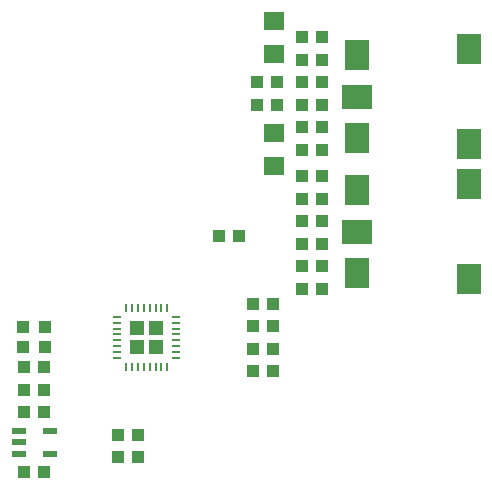
<source format=gbp>
G75*
G70*
%OFA0B0*%
%FSLAX24Y24*%
%IPPOS*%
%LPD*%
%AMOC8*
5,1,8,0,0,1.08239X$1,22.5*
%
%ADD10R,0.0433X0.0394*%
%ADD11R,0.0472X0.0217*%
%ADD12R,0.0315X0.0112*%
%ADD13R,0.0112X0.0315*%
%ADD14R,0.0512X0.0512*%
%ADD15R,0.0787X0.0984*%
%ADD16R,0.1024X0.0787*%
%ADD17R,0.0394X0.0433*%
%ADD18R,0.0709X0.0630*%
D10*
X018415Y005775D03*
X019085Y005775D03*
X021540Y006275D03*
X022210Y006275D03*
X022210Y007025D03*
X021540Y007025D03*
X019085Y007775D03*
X018415Y007775D03*
X018415Y008525D03*
X019085Y008525D03*
X019085Y009275D03*
X018415Y009275D03*
X024915Y013650D03*
X025585Y013650D03*
X027665Y013400D03*
X028335Y013400D03*
X028335Y012650D03*
X027665Y012650D03*
X027665Y011900D03*
X028335Y011900D03*
X026710Y011400D03*
X026040Y011400D03*
X026040Y010650D03*
X026710Y010650D03*
X026710Y009900D03*
X026040Y009900D03*
X026040Y009150D03*
X026710Y009150D03*
X027665Y014150D03*
X028335Y014150D03*
X028335Y014900D03*
X027665Y014900D03*
X027665Y015650D03*
X028335Y015650D03*
X028335Y016525D03*
X027665Y016525D03*
X027665Y017275D03*
X028335Y017275D03*
X028335Y019525D03*
X027665Y019525D03*
X027665Y020275D03*
X028335Y020275D03*
D11*
X019262Y007149D03*
X019262Y006401D03*
X018238Y006401D03*
X018238Y006775D03*
X018238Y007149D03*
D12*
X021516Y009586D03*
X021516Y009783D03*
X021516Y009980D03*
X021516Y010177D03*
X021516Y010373D03*
X021516Y010570D03*
X021516Y010767D03*
X021516Y010964D03*
X023484Y010964D03*
X023484Y010767D03*
X023484Y010570D03*
X023484Y010373D03*
X023484Y010177D03*
X023484Y009980D03*
X023484Y009783D03*
X023484Y009586D03*
D13*
X023189Y009291D03*
X022992Y009291D03*
X022795Y009291D03*
X022598Y009291D03*
X022402Y009291D03*
X022205Y009291D03*
X022008Y009291D03*
X021811Y009291D03*
X021811Y011259D03*
X022008Y011259D03*
X022205Y011259D03*
X022402Y011259D03*
X022598Y011259D03*
X022795Y011259D03*
X022992Y011259D03*
X023189Y011259D03*
D14*
X022815Y010590D03*
X022185Y010590D03*
X022185Y009960D03*
X022815Y009960D03*
D15*
X029500Y012422D03*
X029500Y015178D03*
X029500Y016922D03*
X033240Y016706D03*
X033240Y015394D03*
X033240Y012206D03*
X029500Y019678D03*
X033240Y019894D03*
D16*
X029500Y018300D03*
X029500Y013800D03*
D17*
X028335Y018025D03*
X027665Y018025D03*
X026835Y018025D03*
X026165Y018025D03*
X026165Y018775D03*
X026835Y018775D03*
X027665Y018775D03*
X028335Y018775D03*
X019125Y010610D03*
X018375Y010610D03*
X018375Y009940D03*
X019125Y009940D03*
D18*
X026750Y015974D03*
X026750Y017076D03*
X026750Y019724D03*
X026750Y020826D03*
M02*

</source>
